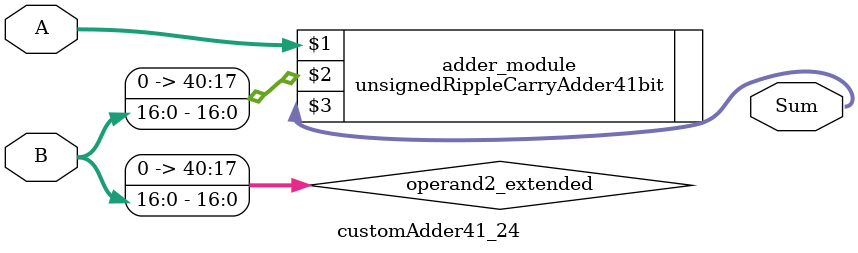
<source format=v>
module customAdder41_24(
                        input [40 : 0] A,
                        input [16 : 0] B,
                        
                        output [41 : 0] Sum
                );

        wire [40 : 0] operand2_extended;
        
        assign operand2_extended =  {24'b0, B};
        
        unsignedRippleCarryAdder41bit adder_module(
            A,
            operand2_extended,
            Sum
        );
        
        endmodule
        
</source>
